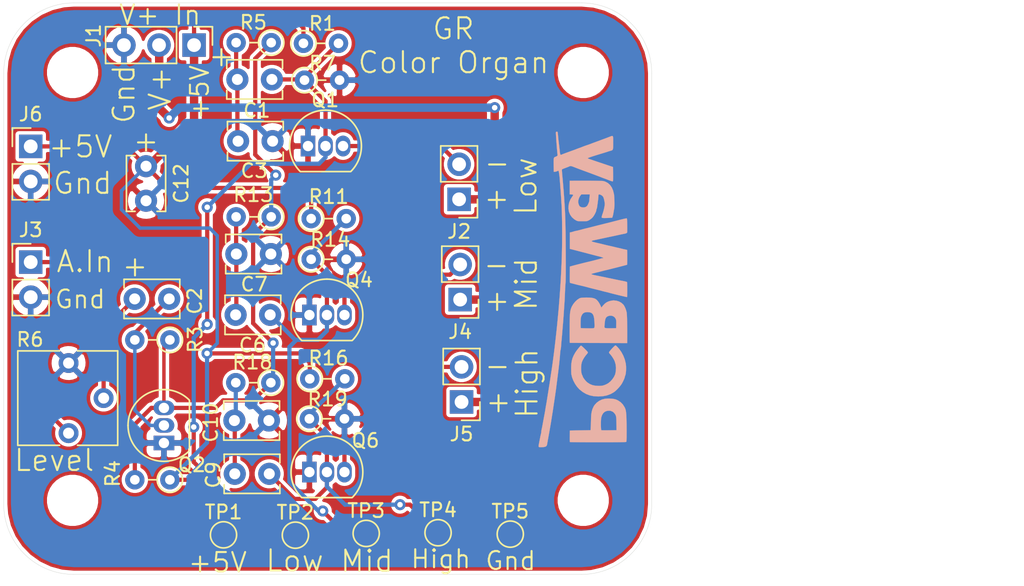
<source format=kicad_pcb>
(kicad_pcb (version 20171130) (host pcbnew 5.1.9+dfsg1-1)
  (layers (0 F.Cu signal) (31 B.Cu signal) (34 B.Paste user hide) (35 F.Paste user) (36 B.SilkS user) (37 F.SilkS user) (38 B.Mask user hide) (39 F.Mask user hide) (44 Edge.Cuts user))
  (net 0 "")
  (net 1 GNDREF)
  (net 2 "Net-(C2-Pad1)")
  (net 3 +5V)
  (net 4 "Net-(C1-Pad2)")
  (net 5 "Net-(C6-Pad2)")
  (net 6 /Low)
  (net 7 "Net-(C2-Pad2)")
  (net 8 /Mid)
  (net 9 "Net-(C10-Pad1)")
  (net 10 /High)
  (net 11 /V+)
  (net 12 /Low_Out)
  (net 13 /Input)
  (net 14 /Mid_Out)
  (net 15 /High_Out)
  (net 16 "Net-(Q2-Pad3)")
  (module Connector_PinHeader_2.54mm:PinHeader_1x02_P2.54mm_Vertical (layer F.Cu) (at 121.0056 69.1896 180)
    (fp_text reference J2 (at 0 -2.33) (layer F.SilkS))
    (fp_text value Conn_01x02)
    (pad 1 thru_hole rect (at 0 0 180) (size 1.7 1.7) (drill 1) (layers *.Cu *.Mask) (net 11 /V+))
    (pad 2 thru_hole oval (at 0 2.54 180) (size 1.7 1.7) (drill 1) (layers *.Cu *.Mask) (net 12 /Low_Out))
  )
  (module Connector_PinHeader_2.54mm:PinHeader_1x02_P2.54mm_Vertical (layer F.Cu) (at 121.0818 76.454 180)
    (fp_text reference J4 (at 0 -2.33) (layer F.SilkS))
    (fp_text value Conn_01x02)
    (pad 1 thru_hole rect (at 0 0 180) (size 1.7 1.7) (drill 1) (layers *.Cu *.Mask) (net 11 /V+))
    (pad 2 thru_hole oval (at 0 2.54 180) (size 1.7 1.7) (drill 1) (layers *.Cu *.Mask) (net 14 /Mid_Out))
  )
  (module Connector_PinHeader_2.54mm:PinHeader_1x02_P2.54mm_Vertical (layer F.Cu) (at 121.1834 83.8708 180)
    (fp_text reference J5 (at 0 -2.33) (layer F.SilkS))
    (fp_text value Conn_01x02)
    (pad 2 thru_hole oval (at 0 2.54 180) (size 1.7 1.7) (drill 1) (layers *.Cu *.Mask) (net 15 /High_Out))
    (pad 1 thru_hole rect (at 0 0 180) (size 1.7 1.7) (drill 1) (layers *.Cu *.Mask) (net 11 /V+))
  )
  (module "_Custom_Footprints:pcb way logo" (layer B.Cu) (at 129.2987 75.7174 90)
    (fp_text reference G*** hide)
    (fp_text value LOGO hide)
  )
  (module MountingHole:MountingHole_3.2mm_M3 (layer F.Cu) (at 92.6338 92.9386)
    (fp_text reference MH1 hide)
    (fp_text value MountingHole)
    (pad "" np_thru_hole circle (at 0.3662 -1.9386) (size 3.2 3.2) (drill 3.2) (layers *.Cu *.Mask))
  )
  (module MountingHole:MountingHole_3.2mm_M3 (layer F.Cu) (at 92.1258 59.2074)
    (fp_text reference MH2 hide)
    (fp_text value MountingHole)
    (pad "" np_thru_hole circle (at 0.8742 0.7926) (size 3.2 3.2) (drill 3.2) (layers *.Cu *.Mask))
  )
  (module MountingHole:MountingHole_3.2mm_M3 (layer F.Cu) (at 158.4706 58.6232)
    (fp_text reference MH3 hide)
    (fp_text value MountingHole)
    (pad "" np_thru_hole circle (at -28.4706 1.3768) (size 3.2 3.2) (drill 3.2) (layers *.Cu *.Mask))
  )
  (module MountingHole:MountingHole_3.2mm_M3 (layer F.Cu) (at 158.3182 93.0402)
    (fp_text reference MH4 hide)
    (fp_text value MountingHole)
    (pad "" np_thru_hole circle (at -28.3182 -2.0402) (size 3.2 3.2) (drill 3.2) (layers *.Cu *.Mask))
  )
  (module Capacitor_THT:C_Disc_D3.8mm_W2.6mm_P2.50mm (layer F.Cu) (at 107.442 60.5028 180)
    (fp_text reference C1 (at 1.0922 -2.2479) (layer F.SilkS))
    (fp_text value 2.2uF)
    (pad 1 thru_hole circle (at 0 0 180) (size 1.6 1.6) (drill 0.8) (layers *.Cu *.Mask) (net 6 /Low))
    (pad 2 thru_hole circle (at 2.5 0 180) (size 1.6 1.6) (drill 0.8) (layers *.Cu *.Mask) (net 4 "Net-(C1-Pad2)"))
  )
  (module Capacitor_THT:C_Disc_D3.8mm_W2.6mm_P2.50mm (layer F.Cu) (at 99.9998 76.4032 180)
    (fp_text reference C2 (at -1.8542 -0.1524 90) (layer F.SilkS))
    (fp_text value 1uF)
    (pad 2 thru_hole circle (at 2.5 0 180) (size 1.6 1.6) (drill 0.8) (layers *.Cu *.Mask) (net 7 "Net-(C2-Pad2)"))
    (pad 1 thru_hole circle (at 0 0 180) (size 1.6 1.6) (drill 0.8) (layers *.Cu *.Mask) (net 2 "Net-(C2-Pad1)"))
  )
  (module Capacitor_THT:C_Disc_D3.8mm_W2.6mm_P2.50mm (layer F.Cu) (at 104.9928 64.9732)
    (fp_text reference C3 (at 1.1684 2.1463) (layer F.SilkS))
    (fp_text value 220nF)
    (pad 1 thru_hole circle (at 0 0) (size 1.6 1.6) (drill 0.8) (layers *.Cu *.Mask) (net 4 "Net-(C1-Pad2)"))
    (pad 2 thru_hole circle (at 2.5 0) (size 1.6 1.6) (drill 0.8) (layers *.Cu *.Mask) (net 1 GNDREF))
  )
  (module Capacitor_THT:C_Disc_D3.8mm_W2.6mm_P2.50mm (layer F.Cu) (at 107.315 77.5589 180)
    (fp_text reference C6 (at 1.2808 -2.1971) (layer F.SilkS))
    (fp_text value 15nF)
    (pad 2 thru_hole circle (at 2.5 0 180) (size 1.6 1.6) (drill 0.8) (layers *.Cu *.Mask) (net 5 "Net-(C6-Pad2)"))
    (pad 1 thru_hole circle (at 0 0 180) (size 1.6 1.6) (drill 0.8) (layers *.Cu *.Mask) (net 8 /Mid))
  )
  (module Capacitor_THT:C_Disc_D3.8mm_W2.6mm_P2.50mm (layer F.Cu) (at 104.8658 73.152)
    (fp_text reference C7 (at 1.2935 2.1971) (layer F.SilkS))
    (fp_text value 33nF)
    (pad 1 thru_hole circle (at 0 0) (size 1.6 1.6) (drill 0.8) (layers *.Cu *.Mask) (net 5 "Net-(C6-Pad2)"))
    (pad 2 thru_hole circle (at 2.5 0) (size 1.6 1.6) (drill 0.8) (layers *.Cu *.Mask) (net 1 GNDREF))
  )
  (module Capacitor_THT:C_Disc_D3.8mm_W2.6mm_P2.50mm (layer F.Cu) (at 107.2515 89.0778 180)
    (fp_text reference C9 (at 4.064 -0.0762 90) (layer F.SilkS))
    (fp_text value 1.5nF)
    (pad 2 thru_hole circle (at 2.5 0 180) (size 1.6 1.6) (drill 0.8) (layers *.Cu *.Mask) (net 9 "Net-(C10-Pad1)"))
    (pad 1 thru_hole circle (at 0 0 180) (size 1.6 1.6) (drill 0.8) (layers *.Cu *.Mask) (net 10 /High))
  )
  (module Capacitor_THT:C_Disc_D3.8mm_W2.6mm_P2.50mm (layer F.Cu) (at 104.7242 85.217)
    (fp_text reference C10 (at -1.7145 0.1397 90) (layer F.SilkS))
    (fp_text value 1nF)
    (pad 1 thru_hole circle (at 0 0) (size 1.6 1.6) (drill 0.8) (layers *.Cu *.Mask) (net 9 "Net-(C10-Pad1)"))
    (pad 2 thru_hole circle (at 2.5 0) (size 1.6 1.6) (drill 0.8) (layers *.Cu *.Mask) (net 1 GNDREF))
  )
  (module Capacitor_THT:C_Disc_D3.8mm_W2.6mm_P2.50mm (layer F.Cu) (at 98.3234 66.7912 270)
    (fp_text reference C12 (at 1.25 -2.55 90) (layer F.SilkS))
    (fp_text value 4.7uF)
    (pad 2 thru_hole circle (at 2.5 0 270) (size 1.6 1.6) (drill 0.8) (layers *.Cu *.Mask) (net 1 GNDREF))
    (pad 1 thru_hole circle (at 0 0 270) (size 1.6 1.6) (drill 0.8) (layers *.Cu *.Mask) (net 3 +5V))
  )
  (module Connector_PinHeader_2.54mm:PinHeader_1x02_P2.54mm_Vertical (layer F.Cu) (at 89.9668 73.7362)
    (fp_text reference J3 (at 0 -2.33) (layer F.SilkS))
    (fp_text value Conn_01x02)
    (pad 2 thru_hole oval (at 0 2.54) (size 1.7 1.7) (drill 1) (layers *.Cu *.Mask) (net 1 GNDREF))
    (pad 1 thru_hole rect (at 0 0) (size 1.7 1.7) (drill 1) (layers *.Cu *.Mask) (net 13 /Input))
  )
  (module Connector_PinHeader_2.54mm:PinHeader_1x02_P2.54mm_Vertical (layer F.Cu) (at 89.9668 65.3542)
    (fp_text reference J6 (at 0 -2.33) (layer F.SilkS))
    (fp_text value Conn_01x02)
    (pad 1 thru_hole rect (at 0 0) (size 1.7 1.7) (drill 1) (layers *.Cu *.Mask) (net 3 +5V))
    (pad 2 thru_hole oval (at 0 2.54) (size 1.7 1.7) (drill 1) (layers *.Cu *.Mask) (net 1 GNDREF))
  )
  (module Resistor_THT:R_Axial_DIN0204_L3.6mm_D1.6mm_P2.54mm_Vertical (layer F.Cu) (at 109.728 57.8866)
    (fp_text reference R1 (at 1.3716 -1.4351) (layer F.SilkS))
    (fp_text value 100K)
    (pad 1 thru_hole circle (at 0 0) (size 1.4 1.4) (drill 0.7) (layers *.Cu *.Mask) (net 3 +5V))
    (pad 2 thru_hole oval (at 2.54 0) (size 1.4 1.4) (drill 0.7) (layers *.Cu *.Mask) (net 6 /Low))
  )
  (module Resistor_THT:R_Axial_DIN0204_L3.6mm_D1.6mm_P2.54mm_Vertical (layer F.Cu) (at 100.0506 79.375 180)
    (fp_text reference R3 (at -1.8415 0.0254 90) (layer F.SilkS))
    (fp_text value 47K)
    (pad 1 thru_hole circle (at 0 0 180) (size 1.4 1.4) (drill 0.7) (layers *.Cu *.Mask) (net 16 "Net-(Q2-Pad3)"))
    (pad 2 thru_hole oval (at 2.54 0 180) (size 1.4 1.4) (drill 0.7) (layers *.Cu *.Mask) (net 2 "Net-(C2-Pad1)"))
  )
  (module Resistor_THT:R_Axial_DIN0204_L3.6mm_D1.6mm_P2.54mm_Vertical (layer F.Cu) (at 100.0506 89.5096 180)
    (fp_text reference R4 (at 4.1402 0.4445 90) (layer F.SilkS))
    (fp_text value 10K)
    (pad 2 thru_hole oval (at 2.54 0 180) (size 1.4 1.4) (drill 0.7) (layers *.Cu *.Mask) (net 16 "Net-(Q2-Pad3)"))
    (pad 1 thru_hole circle (at 0 0 180) (size 1.4 1.4) (drill 0.7) (layers *.Cu *.Mask) (net 3 +5V))
  )
  (module Resistor_THT:R_Axial_DIN0204_L3.6mm_D1.6mm_P2.54mm_Vertical (layer F.Cu) (at 107.3912 57.8358 180)
    (fp_text reference R5 (at 1.2954 1.4605) (layer F.SilkS))
    (fp_text value 10K)
    (pad 2 thru_hole oval (at 2.54 0 180) (size 1.4 1.4) (drill 0.7) (layers *.Cu *.Mask) (net 4 "Net-(C1-Pad2)"))
    (pad 1 thru_hole circle (at 0 0 180) (size 1.4 1.4) (drill 0.7) (layers *.Cu *.Mask) (net 16 "Net-(Q2-Pad3)"))
  )
  (module Potentiometer_THT:Potentiometer_Vishay_T73YP_Vertical (layer F.Cu) (at 92.71 86.1314)
    (fp_text reference R6 (at -2.794 -6.7818) (layer F.SilkS))
    (fp_text value 10K)
    (pad 3 thru_hole circle (at 0 -5.08) (size 1.44 1.44) (drill 0.8) (layers *.Cu *.Mask) (net 1 GNDREF))
    (pad 2 thru_hole circle (at 2.54 -2.54) (size 1.44 1.44) (drill 0.8) (layers *.Cu *.Mask) (net 7 "Net-(C2-Pad2)"))
    (pad 1 thru_hole circle (at 0 0) (size 1.44 1.44) (drill 0.8) (layers *.Cu *.Mask) (net 13 /Input))
  )
  (module Resistor_THT:R_Axial_DIN0204_L3.6mm_D1.6mm_P2.54mm_Vertical (layer F.Cu) (at 109.8042 60.5536)
    (fp_text reference R7 (at 1.3081 -1.2192) (layer F.SilkS))
    (fp_text value 10K)
    (pad 1 thru_hole circle (at 0 0) (size 1.4 1.4) (drill 0.7) (layers *.Cu *.Mask) (net 6 /Low))
    (pad 2 thru_hole oval (at 2.54 0) (size 1.4 1.4) (drill 0.7) (layers *.Cu *.Mask) (net 1 GNDREF))
  )
  (module Resistor_THT:R_Axial_DIN0204_L3.6mm_D1.6mm_P2.54mm_Vertical (layer F.Cu) (at 110.2868 70.5866)
    (fp_text reference R11 (at 1.27 -1.5875) (layer F.SilkS))
    (fp_text value 100K)
    (pad 2 thru_hole oval (at 2.54 0) (size 1.4 1.4) (drill 0.7) (layers *.Cu *.Mask) (net 8 /Mid))
    (pad 1 thru_hole circle (at 0 0) (size 1.4 1.4) (drill 0.7) (layers *.Cu *.Mask) (net 3 +5V))
  )
  (module Resistor_THT:R_Axial_DIN0204_L3.6mm_D1.6mm_P2.54mm_Vertical (layer F.Cu) (at 107.3912 70.4596 180)
    (fp_text reference R13 (at 1.2954 1.6002) (layer F.SilkS))
    (fp_text value 10K)
    (pad 1 thru_hole circle (at 0 0 180) (size 1.4 1.4) (drill 0.7) (layers *.Cu *.Mask) (net 16 "Net-(Q2-Pad3)"))
    (pad 2 thru_hole oval (at 2.54 0 180) (size 1.4 1.4) (drill 0.7) (layers *.Cu *.Mask) (net 5 "Net-(C6-Pad2)"))
  )
  (module Resistor_THT:R_Axial_DIN0204_L3.6mm_D1.6mm_P2.54mm_Vertical (layer F.Cu) (at 110.2868 73.533)
    (fp_text reference R14 (at 1.3843 -1.4351) (layer F.SilkS))
    (fp_text value 10K)
    (pad 1 thru_hole circle (at 0 0) (size 1.4 1.4) (drill 0.7) (layers *.Cu *.Mask) (net 8 /Mid))
    (pad 2 thru_hole oval (at 2.54 0) (size 1.4 1.4) (drill 0.7) (layers *.Cu *.Mask) (net 1 GNDREF))
  )
  (module Resistor_THT:R_Axial_DIN0204_L3.6mm_D1.6mm_P2.54mm_Vertical (layer F.Cu) (at 110.1852 82.1944)
    (fp_text reference R16 (at 1.3589 -1.4986) (layer F.SilkS))
    (fp_text value 100K)
    (pad 1 thru_hole circle (at 0 0) (size 1.4 1.4) (drill 0.7) (layers *.Cu *.Mask) (net 3 +5V))
    (pad 2 thru_hole oval (at 2.54 0) (size 1.4 1.4) (drill 0.7) (layers *.Cu *.Mask) (net 10 /High))
  )
  (module Resistor_THT:R_Axial_DIN0204_L3.6mm_D1.6mm_P2.54mm_Vertical (layer F.Cu) (at 107.3658 82.4738 180)
    (fp_text reference R18 (at 1.3335 1.4859) (layer F.SilkS))
    (fp_text value 10K)
    (pad 2 thru_hole oval (at 2.54 0 180) (size 1.4 1.4) (drill 0.7) (layers *.Cu *.Mask) (net 9 "Net-(C10-Pad1)"))
    (pad 1 thru_hole circle (at 0 0 180) (size 1.4 1.4) (drill 0.7) (layers *.Cu *.Mask) (net 16 "Net-(Q2-Pad3)"))
  )
  (module Resistor_THT:R_Axial_DIN0204_L3.6mm_D1.6mm_P2.54mm_Vertical (layer F.Cu) (at 110.1598 85.09)
    (fp_text reference R19 (at 1.3208 -1.4224) (layer F.SilkS))
    (fp_text value 10K)
    (pad 2 thru_hole oval (at 2.54 0) (size 1.4 1.4) (drill 0.7) (layers *.Cu *.Mask) (net 1 GNDREF))
    (pad 1 thru_hole circle (at 0 0) (size 1.4 1.4) (drill 0.7) (layers *.Cu *.Mask) (net 10 /High))
  )
  (module TestPoint:TestPoint_Pad_D1.5mm (layer F.Cu) (at 103.9368 93.4974)
    (fp_text reference TP1 (at 0 -1.648) (layer F.SilkS))
    (fp_text value TestPoint)
    (pad 1 smd circle (at 0 0) (size 1.5 1.5) (layers F.Cu F.Mask) (net 3 +5V))
  )
  (module TestPoint:TestPoint_Pad_D1.5mm (layer F.Cu) (at 109.1438 93.5228)
    (fp_text reference TP2 (at 0 -1.648) (layer F.SilkS))
    (fp_text value TestPoint)
    (pad 1 smd circle (at 0 0) (size 1.5 1.5) (layers F.Cu F.Mask) (net 6 /Low))
  )
  (module TestPoint:TestPoint_Pad_D1.5mm (layer F.Cu) (at 114.2746 93.3958)
    (fp_text reference TP3 (at 0 -1.648) (layer F.SilkS))
    (fp_text value TestPoint)
    (pad 1 smd circle (at 0 0) (size 1.5 1.5) (layers F.Cu F.Mask) (net 8 /Mid))
  )
  (module TestPoint:TestPoint_Pad_D1.5mm (layer F.Cu) (at 119.4816 93.345)
    (fp_text reference TP4 (at 0 -1.648) (layer F.SilkS))
    (fp_text value TestPoint)
    (pad 1 smd circle (at 0 0) (size 1.5 1.5) (layers F.Cu F.Mask) (net 10 /High))
  )
  (module TestPoint:TestPoint_Pad_D1.5mm (layer F.Cu) (at 124.714 93.4466)
    (fp_text reference TP5 (at 0 -1.648) (layer F.SilkS))
    (fp_text value TestPoint)
    (pad 1 smd circle (at 0 0) (size 1.5 1.5) (layers F.Cu F.Mask) (net 1 GNDREF))
  )
  (module Package_TO_SOT_THT:TO-92_Inline (layer F.Cu) (at 110.0582 65.3288)
    (fp_text reference Q1 (at 1.2446 -3.3401) (layer F.SilkS))
    (fp_text value 2N3904)
    (pad 2 thru_hole oval (at 1.27 0) (size 1.05 1.5) (drill 0.75) (layers *.Cu *.Mask) (net 6 /Low))
    (pad 3 thru_hole oval (at 2.54 0) (size 1.05 1.5) (drill 0.75) (layers *.Cu *.Mask) (net 12 /Low_Out))
    (pad 1 thru_hole rect (at 0 0) (size 1.05 1.5) (drill 0.75) (layers *.Cu *.Mask) (net 1 GNDREF))
  )
  (module Package_TO_SOT_THT:TO-92_Inline (layer F.Cu) (at 99.6188 86.8426 90)
    (fp_text reference Q2 (at -1.5875 2.0193 180) (layer F.SilkS))
    (fp_text value 2N3904)
    (pad 1 thru_hole rect (at 0 0 90) (size 1.05 1.5) (drill 0.75) (layers *.Cu *.Mask) (net 1 GNDREF))
    (pad 3 thru_hole oval (at 2.54 0 90) (size 1.05 1.5) (drill 0.75) (layers *.Cu *.Mask) (net 16 "Net-(Q2-Pad3)"))
    (pad 2 thru_hole oval (at 1.27 0 90) (size 1.05 1.5) (drill 0.75) (layers *.Cu *.Mask) (net 2 "Net-(C2-Pad1)"))
  )
  (module Package_TO_SOT_THT:TO-92_Inline (layer F.Cu) (at 110.1598 77.5716)
    (fp_text reference Q4 (at 3.5941 -2.54) (layer F.SilkS))
    (fp_text value 2N3904)
    (pad 2 thru_hole oval (at 1.27 0) (size 1.05 1.5) (drill 0.75) (layers *.Cu *.Mask) (net 8 /Mid))
    (pad 3 thru_hole oval (at 2.54 0) (size 1.05 1.5) (drill 0.75) (layers *.Cu *.Mask) (net 14 /Mid_Out))
    (pad 1 thru_hole rect (at 0 0) (size 1.05 1.5) (drill 0.75) (layers *.Cu *.Mask) (net 1 GNDREF))
  )
  (module Package_TO_SOT_THT:TO-92_Inline (layer F.Cu) (at 110.1598 88.9508)
    (fp_text reference Q6 (at 4.064 -2.286) (layer F.SilkS))
    (fp_text value 2N3904)
    (pad 2 thru_hole oval (at 1.27 0) (size 1.05 1.5) (drill 0.75) (layers *.Cu *.Mask) (net 10 /High))
    (pad 3 thru_hole oval (at 2.54 0) (size 1.05 1.5) (drill 0.75) (layers *.Cu *.Mask) (net 15 /High_Out))
    (pad 1 thru_hole rect (at 0 0) (size 1.05 1.5) (drill 0.75) (layers *.Cu *.Mask) (net 1 GNDREF))
  )
  (module Connector_PinHeader_2.54mm:PinHeader_1x03_P2.54mm_Vertical (layer F.Cu) (at 101.8032 58.0136 270)
    (fp_text reference J1 (at -0.6858 7.2771 90) (layer F.SilkS))
    (fp_text value Conn_01x03)
    (pad 1 thru_hole rect (at 0 0 270) (size 1.7 1.7) (drill 1) (layers *.Cu *.Mask) (net 3 +5V))
    (pad 2 thru_hole oval (at 0 2.54 270) (size 1.7 1.7) (drill 1) (layers *.Cu *.Mask) (net 11 /V+))
    (pad 3 thru_hole oval (at 0 5.08 270) (size 1.7 1.7) (drill 1) (layers *.Cu *.Mask) (net 1 GNDREF))
  )
  (gr_text High (at 125.9205 82.5246 90) (layer F.SilkS) (effects (font (size 1.524 1.524))))
  (gr_text "Mid\n" (at 125.8697 75.3364 90) (layer F.SilkS) (effects (font (size 1.524 1.524))))
  (gr_text + (at 123.8631 83.8454) (layer F.SilkS) (effects (font (size 1.524 1.524))))
  (gr_text + (at 123.7615 76.5048) (layer F.SilkS) (effects (font (size 1.524 1.524))))
  (gr_text "-\n" (at 123.7869 81.2292) (layer F.SilkS) (effects (font (size 1.524 1.524))))
  (gr_text "-\n" (at 123.7107 73.914) (layer F.SilkS) (effects (font (size 1.524 1.524))))
  (gr_text "-\n" (at 123.7615 66.548) (layer F.SilkS) (effects (font (size 1.524 1.524))))
  (gr_text Low (at 125.8443 68.2498 90) (layer F.SilkS) (effects (font (size 1.524 1.524))))
  (gr_text + (at 123.7361 69.1134) (layer F.SilkS) (effects (font (size 1.524 1.524))))
  (gr_text + (at 103.7844 58.7756) (layer F.SilkS) (effects (font (size 1.524 1.524))))
  (gr_text + (at 97.5233 74.0029) (layer F.SilkS) (effects (font (size 1.524 1.524))))
  (gr_text High (at 119.6848 95.25) (layer F.SilkS) (effects (font (size 1.3 1.3))))
  (gr_text "Mid\n" (at 114.3254 95.4024) (layer F.SilkS) (effects (font (size 1.524 1.524))))
  (gr_text Low (at 109.093 95.377) (layer F.SilkS) (effects (font (size 1.524 1.524))))
  (gr_text +5V (at 103.505 95.504) (layer F.SilkS) (effects (font (size 1.4 1.4))))
  (gr_text "Gnd\n" (at 124.7394 95.377) (layer F.SilkS) (effects (font (size 1.3 1.3))))
  (gr_text "V+\n" (at 99.3394 61.1632 90) (layer F.SilkS) (effects (font (size 1.524 1.524))))
  (gr_text "Gnd\n" (at 93.5482 76.4286) (layer F.SilkS) (effects (font (size 1.3 1.3))))
  (gr_text +5V (at 102.2096 61.4426 90) (layer F.SilkS) (effects (font (size 1.3 1.3))))
  (gr_text Gnd (at 96.7232 61.5696 90) (layer F.SilkS) (effects (font (size 1.524 1.524))))
  (gr_text Level (at 91.6686 88.0999) (layer F.SilkS) (effects (font (size 1.524 1.524))))
  (gr_text + (at 98.3234 64.9478) (layer F.SilkS) (effects (font (size 1.524 1.524))))
  (gr_text +5V (at 93.5736 65.3796) (layer F.SilkS) (effects (font (size 1.524 1.524))))
  (gr_text Gnd (at 93.726 68.0212) (layer F.SilkS) (effects (font (size 1.524 1.524))))
  (gr_text "A.In\n" (at 93.9038 73.6981) (layer F.SilkS) (effects (font (size 1.524 1.524))))
  (gr_text "V+ In" (at 99.3394 55.8292) (layer F.SilkS) (effects (font (size 1.4 1.4))))
  (gr_arc (start 93.091 91.284) (end 88.011 91.284) (angle -90) (layer Edge.Cuts) (width 0.0254))
  (gr_text "GR\nColor Organ" (at 120.5992 58.0517) (layer F.SilkS) (effects (font (size 1.524 1.524))))
  (gr_arc (start 129.88 91.284) (end 129.88 96.364) (angle -90) (layer Edge.Cuts) (width 0.0254))
  (gr_arc (start 129.88 60.038) (end 134.96 60.038) (angle -90) (layer Edge.Cuts) (width 0.0254))
  (gr_arc (start 93.091 60.038) (end 93.091 54.958) (angle -90) (layer Edge.Cuts) (width 0.0254))
  (gr_line (start 88.011 91.284) (end 88.011 60.038) (layer Edge.Cuts) (width 0.0254))
  (gr_line (start 129.88 96.364) (end 93.091 96.364) (layer Edge.Cuts) (width 0.0254))
  (gr_line (start 134.96 60.038) (end 134.96 91.284) (layer Edge.Cuts) (width 0.0254))
  (gr_line (start 93.091 54.958) (end 129.88 54.958) (layer Edge.Cuts) (width 0.0254))
  (segment (start 97.5106 78.8924) (end 97.5106 79.375) (width 0.3048) (layer F.Cu) (net 2))
  (segment (start 99.9998 76.4032) (end 97.5106 78.8924) (width 0.3048) (layer F.Cu) (net 2))
  (segment (start 97.5106 84.4644) (end 97.5106 79.375) (width 0.25) (layer B.Cu) (net 2))
  (segment (start 98.6188 85.5726) (end 97.5106 84.4644) (width 0.25) (layer B.Cu) (net 2))
  (segment (start 99.6188 85.5726) (end 98.6188 85.5726) (width 0.25) (layer B.Cu) (net 2))
  (segment (start 96.8864 65.3542) (end 98.3234 66.7912) (width 0.3048) (layer F.Cu) (net 3))
  (segment (start 89.9668 65.3542) (end 96.8864 65.3542) (width 0.3048) (layer F.Cu) (net 3))
  (segment (start 101.8032 63.5) (end 101.8032 58.0136) (width 0.6096) (layer F.Cu) (net 3))
  (segment (start 98.512 66.7912) (end 101.8032 63.5) (width 0.6096) (layer F.Cu) (net 3))
  (segment (start 98.3234 66.7912) (end 98.512 66.7912) (width 0.3048) (layer F.Cu) (net 3))
  (segment (start 103.9368 93.4974) (end 103.9368 91.694) (width 0.3048) (layer F.Cu) (net 3))
  (segment (start 101.7524 89.5096) (end 100.0506 89.5096) (width 0.3048) (layer F.Cu) (net 3))
  (segment (start 103.9368 91.694) (end 101.7524 89.5096) (width 0.3048) (layer F.Cu) (net 3))
  (via (at 102.742998 80.352898) (size 0.8) (drill 0.4) (layers F.Cu B.Cu) (net 3))
  (segment (start 100.0506 89.5096) (end 102.742998 86.817202) (width 0.3048) (layer B.Cu) (net 3))
  (segment (start 102.742998 86.817202) (end 102.742998 80.352898) (width 0.3048) (layer B.Cu) (net 3))
  (segment (start 103.480701 71.819601) (end 103.480701 79.615195) (width 0.25) (layer B.Cu) (net 3))
  (segment (start 102.9335 71.2724) (end 103.480701 71.819601) (width 0.25) (layer B.Cu) (net 3))
  (segment (start 103.480701 79.615195) (end 102.742998 80.352898) (width 0.25) (layer B.Cu) (net 3))
  (segment (start 97.8916 71.2724) (end 102.9335 71.2724) (width 0.25) (layer B.Cu) (net 3))
  (segment (start 96.5454 69.9262) (end 97.8916 71.2724) (width 0.25) (layer B.Cu) (net 3))
  (segment (start 96.5454 68.5692) (end 96.5454 69.9262) (width 0.25) (layer B.Cu) (net 3))
  (segment (start 98.3234 66.7912) (end 96.5454 68.5692) (width 0.25) (layer B.Cu) (net 3))
  (segment (start 101.8032 56.5023) (end 101.8032 58.0136) (width 0.3048) (layer F.Cu) (net 3))
  (segment (start 102.2604 56.0451) (end 101.8032 56.5023) (width 0.3048) (layer F.Cu) (net 3))
  (segment (start 108.9914 56.0451) (end 102.2604 56.0451) (width 0.3048) (layer F.Cu) (net 3))
  (segment (start 109.728 56.7817) (end 108.9914 56.0451) (width 0.3048) (layer F.Cu) (net 3))
  (segment (start 109.728 57.8866) (end 109.728 56.7817) (width 0.3048) (layer F.Cu) (net 3))
  (segment (start 104.8512 60.412) (end 104.942 60.5028) (width 0.3048) (layer F.Cu) (net 4))
  (segment (start 104.8512 57.8358) (end 104.8512 60.412) (width 0.3048) (layer F.Cu) (net 4))
  (segment (start 104.942 64.9224) (end 104.9928 64.9732) (width 0.3048) (layer F.Cu) (net 4))
  (segment (start 104.942 60.5028) (end 104.942 64.9224) (width 0.3048) (layer F.Cu) (net 4))
  (segment (start 104.8512 73.1374) (end 104.8658 73.152) (width 0.3048) (layer F.Cu) (net 5))
  (segment (start 104.8512 70.4596) (end 104.8512 73.1374) (width 0.3048) (layer F.Cu) (net 5))
  (segment (start 104.8658 77.5081) (end 104.815 77.5589) (width 0.3048) (layer F.Cu) (net 5))
  (segment (start 104.8658 73.152) (end 104.8658 77.5081) (width 0.3048) (layer F.Cu) (net 5))
  (segment (start 109.8042 60.3504) (end 109.8042 60.5536) (width 0.3048) (layer F.Cu) (net 6))
  (segment (start 112.268 57.8866) (end 109.8042 60.3504) (width 0.3048) (layer F.Cu) (net 6))
  (segment (start 109.7534 60.5028) (end 109.8042 60.5536) (width 0.3048) (layer F.Cu) (net 6))
  (segment (start 107.442 60.5028) (end 109.7534 60.5028) (width 0.3048) (layer F.Cu) (net 6))
  (segment (start 111.3282 62.0776) (end 109.8042 60.5536) (width 0.3048) (layer F.Cu) (net 6))
  (segment (start 111.3282 65.3288) (end 111.3282 62.0776) (width 0.3048) (layer F.Cu) (net 6))
  (segment (start 109.1438 93.5228) (end 107.0737 93.5228) (width 0.3048) (layer F.Cu) (net 6))
  (segment (start 107.0737 93.5228) (end 101.7778 88.2269) (width 0.3048) (layer F.Cu) (net 6))
  (via (at 101.7778 85.6869) (size 0.8) (drill 0.4) (layers F.Cu B.Cu) (net 6))
  (segment (start 101.7778 88.2269) (end 101.7778 85.6869) (width 0.3048) (layer F.Cu) (net 6))
  (segment (start 101.7778 85.6869) (end 101.7778 79.2226) (width 0.3048) (layer B.Cu) (net 6))
  (via (at 102.7557 78.2447) (size 0.8) (drill 0.4) (layers F.Cu B.Cu) (net 6))
  (segment (start 101.7778 79.2226) (end 102.7557 78.2447) (width 0.3048) (layer B.Cu) (net 6))
  (segment (start 102.7557 78.2447) (end 102.7557 69.7611) (width 0.3048) (layer F.Cu) (net 6))
  (via (at 102.7557 69.7611) (size 0.8) (drill 0.4) (layers F.Cu B.Cu) (net 6))
  (segment (start 110.8583 66.6115) (end 111.3282 66.1416) (width 0.3048) (layer B.Cu) (net 6))
  (segment (start 105.9053 66.6115) (end 110.8583 66.6115) (width 0.3048) (layer B.Cu) (net 6))
  (segment (start 111.3282 66.1416) (end 111.3282 65.3288) (width 0.3048) (layer B.Cu) (net 6))
  (segment (start 102.7557 69.7611) (end 105.9053 66.6115) (width 0.3048) (layer B.Cu) (net 6))
  (segment (start 95.25 78.653) (end 95.25 83.5914) (width 0.3048) (layer F.Cu) (net 7))
  (segment (start 97.4998 76.4032) (end 95.25 78.653) (width 0.3048) (layer F.Cu) (net 7))
  (segment (start 110.2868 73.1266) (end 110.2868 73.533) (width 0.3048) (layer B.Cu) (net 8))
  (segment (start 112.8268 70.5866) (end 110.2868 73.1266) (width 0.3048) (layer B.Cu) (net 8))
  (segment (start 111.4298 74.676) (end 110.2868 73.533) (width 0.3048) (layer F.Cu) (net 8))
  (segment (start 111.4298 77.5716) (end 111.4298 74.676) (width 0.3048) (layer F.Cu) (net 8))
  (segment (start 111.4298 78.7146) (end 111.4298 77.5716) (width 0.3048) (layer B.Cu) (net 8))
  (segment (start 110.7694 79.375) (end 111.4298 78.7146) (width 0.3048) (layer B.Cu) (net 8))
  (segment (start 107.315 77.5589) (end 109.1311 79.375) (width 0.3048) (layer B.Cu) (net 8))
  (segment (start 114.2746 93.3958) (end 112.7506 93.3958) (width 0.3048) (layer F.Cu) (net 8))
  (via (at 111.125 91.7702) (size 0.8) (drill 0.4) (layers F.Cu B.Cu) (net 8))
  (segment (start 112.7506 93.3958) (end 111.125 91.7702) (width 0.3048) (layer F.Cu) (net 8))
  (segment (start 109.4994 79.375) (end 110.7694 79.375) (width 0.3048) (layer B.Cu) (net 8))
  (segment (start 109.1311 79.375) (end 109.4994 79.375) (width 0.3048) (layer B.Cu) (net 8))
  (segment (start 109.22 79.375) (end 109.4994 79.375) (width 0.3048) (layer B.Cu) (net 8))
  (segment (start 108.712 79.883) (end 109.22 79.375) (width 0.3048) (layer B.Cu) (net 8))
  (segment (start 108.712 89.662) (end 108.712 79.883) (width 0.3048) (layer B.Cu) (net 8))
  (segment (start 110.8202 91.7702) (end 108.712 89.662) (width 0.3048) (layer B.Cu) (net 8))
  (segment (start 111.125 91.7702) (end 110.8202 91.7702) (width 0.3048) (layer B.Cu) (net 8))
  (segment (start 99.123399 67.591199) (end 98.3234 66.7912) (width 0.3048) (layer F.Cu) (net 3))
  (segment (start 109.4613 68.3641) (end 99.8963 68.3641) (width 0.3048) (layer F.Cu) (net 3))
  (segment (start 110.2868 69.1896) (end 109.4613 68.3641) (width 0.3048) (layer F.Cu) (net 3))
  (segment (start 99.8963 68.3641) (end 99.123399 67.591199) (width 0.3048) (layer F.Cu) (net 3))
  (segment (start 110.2868 70.5866) (end 110.2868 69.1896) (width 0.3048) (layer F.Cu) (net 3))
  (segment (start 104.7515 85.2443) (end 104.7242 85.217) (width 0.3048) (layer F.Cu) (net 9))
  (segment (start 104.7515 89.0778) (end 104.7515 85.2443) (width 0.3048) (layer F.Cu) (net 9))
  (segment (start 104.8258 85.1154) (end 104.7242 85.217) (width 0.3048) (layer B.Cu) (net 9))
  (segment (start 104.8258 82.4738) (end 104.8258 85.1154) (width 0.3048) (layer B.Cu) (net 9))
  (segment (start 110.1598 84.7598) (end 110.1598 85.09) (width 0.3048) (layer B.Cu) (net 10))
  (segment (start 112.7252 82.1944) (end 110.1598 84.7598) (width 0.3048) (layer B.Cu) (net 10))
  (segment (start 111.4298 86.36) (end 110.1598 85.09) (width 0.3048) (layer F.Cu) (net 10))
  (segment (start 111.4298 88.9508) (end 111.4298 86.36) (width 0.3048) (layer F.Cu) (net 10))
  (segment (start 111.4298 90.0557) (end 111.4298 88.9508) (width 0.3048) (layer F.Cu) (net 10))
  (segment (start 110.5916 90.8939) (end 111.4298 90.0557) (width 0.3048) (layer F.Cu) (net 10))
  (segment (start 109.0676 90.8939) (end 110.5916 90.8939) (width 0.3048) (layer F.Cu) (net 10))
  (segment (start 107.2515 89.0778) (end 109.0676 90.8939) (width 0.3048) (layer F.Cu) (net 10))
  (segment (start 119.4816 93.345) (end 117.4496 91.313) (width 0.3048) (layer F.Cu) (net 10))
  (via (at 116.7257 91.313) (size 0.8) (drill 0.4) (layers F.Cu B.Cu) (net 10))
  (segment (start 117.4496 91.313) (end 116.7257 91.313) (width 0.3048) (layer F.Cu) (net 10))
  (segment (start 111.4298 90.0056) (end 111.4298 88.9508) (width 0.3048) (layer B.Cu) (net 10))
  (segment (start 112.7372 91.313) (end 111.4298 90.0056) (width 0.3048) (layer B.Cu) (net 10))
  (segment (start 116.7257 91.313) (end 112.7372 91.313) (width 0.3048) (layer B.Cu) (net 10))
  (segment (start 102.743 80.3529) (end 102.742998 80.352898) (width 0.3048) (layer F.Cu) (net 3))
  (segment (start 109.5121 80.3529) (end 102.743 80.3529) (width 0.3048) (layer F.Cu) (net 3))
  (segment (start 110.1852 81.026) (end 109.5121 80.3529) (width 0.3048) (layer F.Cu) (net 3))
  (segment (start 110.1852 82.1944) (end 110.1852 81.026) (width 0.3048) (layer F.Cu) (net 3))
  (segment (start 117.9068 62.5475) (end 100.7491 62.5475) (width 0.6096) (layer B.Cu) (net 11))
  (via (at 99.9998 63.2968) (size 0.8) (drill 0.4) (layers F.Cu B.Cu) (net 11))
  (segment (start 100.7491 62.5475) (end 99.9998 63.2968) (width 0.6096) (layer B.Cu) (net 11))
  (segment (start 99.9998 63.2968) (end 99.2759 62.5729) (width 0.6096) (layer F.Cu) (net 11))
  (segment (start 99.2759 58.0263) (end 99.2632 58.0136) (width 0.6096) (layer F.Cu) (net 11))
  (segment (start 99.2759 62.5729) (end 99.2759 58.0263) (width 0.6096) (layer F.Cu) (net 11))
  (segment (start 117.9068 62.5475) (end 123.5837 62.5475) (width 0.6096) (layer B.Cu) (net 11))
  (via (at 123.5837 62.5475) (size 0.8) (drill 0.4) (layers F.Cu B.Cu) (net 11))
  (segment (start 123.5837 62.5475) (end 123.5837 68.3006) (width 0.6096) (layer F.Cu) (net 11))
  (segment (start 123.5837 73.9521) (end 123.5837 68.3006) (width 0.6096) (layer F.Cu) (net 11))
  (segment (start 123.5837 69.1896) (end 121.0056 69.1896) (width 0.6096) (layer F.Cu) (net 11))
  (segment (start 123.5837 68.3006) (end 123.5837 69.1896) (width 0.6096) (layer F.Cu) (net 11))
  (segment (start 123.5837 76.4159) (end 123.5837 73.9521) (width 0.6096) (layer F.Cu) (net 11))
  (segment (start 123.5456 76.454) (end 123.5837 76.4159) (width 0.6096) (layer F.Cu) (net 11))
  (segment (start 121.0818 76.454) (end 123.5456 76.454) (width 0.6096) (layer F.Cu) (net 11))
  (segment (start 123.5837 83.1596) (end 123.5837 73.9521) (width 0.6096) (layer F.Cu) (net 11))
  (segment (start 122.8725 83.8708) (end 123.5837 83.1596) (width 0.6096) (layer F.Cu) (net 11))
  (segment (start 121.1834 83.8708) (end 122.8725 83.8708) (width 0.6096) (layer F.Cu) (net 11))
  (segment (start 119.6848 65.3288) (end 121.0056 66.6496) (width 0.3048) (layer F.Cu) (net 12))
  (segment (start 112.5982 65.3288) (end 119.6848 65.3288) (width 0.3048) (layer F.Cu) (net 12))
  (segment (start 89.9668 73.7362) (end 91.6051 73.7362) (width 0.3048) (layer F.Cu) (net 13))
  (segment (start 91.6051 73.7362) (end 92.5068 74.6379) (width 0.3048) (layer F.Cu) (net 13))
  (segment (start 92.5068 74.6379) (end 92.5068 77.9399) (width 0.3048) (layer F.Cu) (net 13))
  (segment (start 92.5068 77.9399) (end 90.2335 80.2132) (width 0.3048) (layer F.Cu) (net 13))
  (segment (start 90.2335 83.6549) (end 92.71 86.1314) (width 0.3048) (layer F.Cu) (net 13))
  (segment (start 90.2335 80.2132) (end 90.2335 83.6549) (width 0.3048) (layer F.Cu) (net 13))
  (segment (start 120.3452 74.6506) (end 121.0818 73.914) (width 0.3048) (layer F.Cu) (net 14))
  (segment (start 114.2873 74.6506) (end 120.3452 74.6506) (width 0.3048) (layer F.Cu) (net 14))
  (segment (start 112.6998 76.2381) (end 114.2873 74.6506) (width 0.3048) (layer F.Cu) (net 14))
  (segment (start 112.6998 77.5716) (end 112.6998 76.2381) (width 0.3048) (layer F.Cu) (net 14))
  (segment (start 119.7737 81.3308) (end 121.1834 81.3308) (width 0.3048) (layer F.Cu) (net 15))
  (segment (start 118.9228 81.3308) (end 119.7737 81.3308) (width 0.3048) (layer F.Cu) (net 15))
  (segment (start 112.6998 87.5538) (end 118.9228 81.3308) (width 0.3048) (layer F.Cu) (net 15))
  (segment (start 112.6998 88.9508) (end 112.6998 87.5538) (width 0.3048) (layer F.Cu) (net 15))
  (segment (start 99.6188 84.3026) (end 98.7044 84.3026) (width 0.3048) (layer F.Cu) (net 16))
  (segment (start 97.5106 85.4964) (end 97.5106 89.5096) (width 0.3048) (layer F.Cu) (net 16))
  (segment (start 98.7044 84.3026) (end 97.5106 85.4964) (width 0.3048) (layer F.Cu) (net 16))
  (segment (start 107.3658 82.4738) (end 106.0831 83.7565) (width 0.3048) (layer F.Cu) (net 16))
  (segment (start 106.0831 83.7565) (end 103.9114 83.7565) (width 0.3048) (layer F.Cu) (net 16))
  (segment (start 103.3653 84.3026) (end 99.6188 84.3026) (width 0.3048) (layer F.Cu) (net 16))
  (segment (start 103.9114 83.7565) (end 103.3653 84.3026) (width 0.3048) (layer F.Cu) (net 16))
  (segment (start 106.2355 58.9915) (end 106.2355 65.9511) (width 0.3048) (layer F.Cu) (net 16))
  (via (at 107.7214 67.437) (size 0.8) (drill 0.4) (layers F.Cu B.Cu) (net 16))
  (segment (start 107.3912 70.4596) (end 107.3912 67.7672) (width 0.3048) (layer B.Cu) (net 16))
  (segment (start 107.3912 67.7672) (end 107.7214 67.437) (width 0.3048) (layer B.Cu) (net 16))
  (segment (start 107.3912 57.8358) (end 106.2355 58.9915) (width 0.3048) (layer F.Cu) (net 16))
  (segment (start 106.2355 65.9511) (end 107.7214 67.437) (width 0.3048) (layer F.Cu) (net 16))
  (via (at 107.5309 79.6005) (size 0.8) (drill 0.4) (layers F.Cu B.Cu) (net 16))
  (segment (start 107.5309 82.3087) (end 107.3658 82.4738) (width 0.3048) (layer B.Cu) (net 16))
  (segment (start 107.5309 79.6005) (end 107.5309 82.3087) (width 0.3048) (layer B.Cu) (net 16))
  (segment (start 107.5151 79.6005) (end 107.5309 79.6005) (width 0.3048) (layer F.Cu) (net 16))
  (segment (start 106.0831 78.1685) (end 107.5151 79.6005) (width 0.3048) (layer F.Cu) (net 16))
  (segment (start 106.0831 71.7677) (end 106.0831 78.1685) (width 0.3048) (layer F.Cu) (net 16))
  (segment (start 107.3912 70.4596) (end 106.0831 71.7677) (width 0.3048) (layer F.Cu) (net 16))
  (segment (start 99.6188 79.8068) (end 99.713021 79.712579) (width 0.25) (layer F.Cu) (net 16))
  (segment (start 99.6188 84.3026) (end 99.6188 79.8068) (width 0.25) (layer F.Cu) (net 16))
  (zone (net 1) (net_name GNDREF) (layer F.Cu) (connect_pads (clearance 0.254)) (min_thickness 0.2032) (fill yes (arc_segments 32) (thermal_gap 0.508) (thermal_bridge_width 0.4064))
    (polygon (pts (xy 88.004609 54.778072) (xy 135.265775 54.798176) (xy 134.990226 97.144624) (xy 87.74176 97.01022)))
  )
  (zone (net 1) (net_name GNDREF) (layer B.Cu) (connect_pads (clearance 0.508)) (min_thickness 0.2032) (fill yes (arc_segments 32) (thermal_gap 0.762) (thermal_bridge_width 0.4064))
    (polygon (pts (xy 87.81807 54.74716) (xy 135.128055 55.079265) (xy 135.381945 97.219135) (xy 88.01354 97.01657)))
  )
)
</source>
